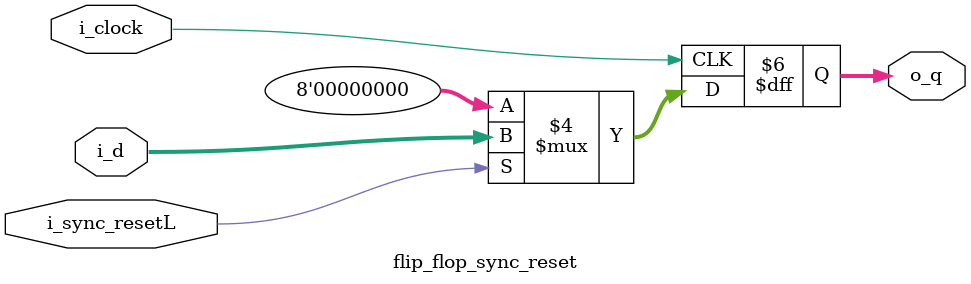
<source format=v>
module flip_flop_sync_reset #(
    parameter WIDTH=8
)(
    input                  i_clock,
    input                  i_sync_resetL,
    input      [WIDTH-1:0] i_d,
    output reg [WIDTH-1:0] o_q
);
    always @(posedge i_clock) begin
        if (~i_sync_resetL) o_q <= 0;
        else o_q <= i_d;
    end
endmodule
</source>
